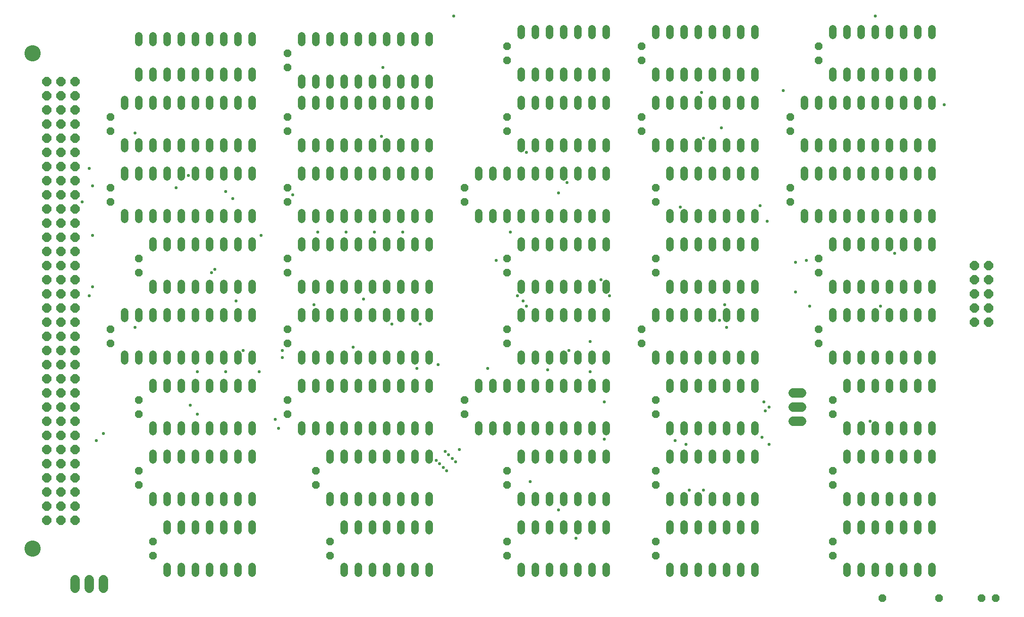
<source format=gbr>
G04 EAGLE Gerber RS-274X export*
G75*
%MOMM*%
%FSLAX34Y34*%
%LPD*%
%INSoldermask Bottom*%
%IPPOS*%
%AMOC8*
5,1,8,0,0,1.08239X$1,22.5*%
G01*
%ADD10C,1.346200*%
%ADD11P,1.457113X8X112.500000*%
%ADD12P,1.787026X8X292.500000*%
%ADD13P,1.787026X8X202.500000*%
%ADD14C,2.921000*%
%ADD15P,1.457113X8X202.500000*%
%ADD16P,1.457113X8X22.500000*%
%ADD17C,1.651000*%
%ADD18C,0.584200*%


D10*
X1168400Y717804D02*
X1168400Y729996D01*
X1193800Y729996D02*
X1193800Y717804D01*
X1320800Y717804D02*
X1320800Y729996D01*
X1320800Y794004D02*
X1320800Y806196D01*
X1219200Y729996D02*
X1219200Y717804D01*
X1244600Y717804D02*
X1244600Y729996D01*
X1295400Y729996D02*
X1295400Y717804D01*
X1270000Y717804D02*
X1270000Y729996D01*
X1295400Y794004D02*
X1295400Y806196D01*
X1270000Y806196D02*
X1270000Y794004D01*
X1244600Y794004D02*
X1244600Y806196D01*
X1219200Y806196D02*
X1219200Y794004D01*
X1193800Y794004D02*
X1193800Y806196D01*
X1168400Y806196D02*
X1168400Y794004D01*
X1168400Y602996D02*
X1168400Y590804D01*
X1193800Y590804D02*
X1193800Y602996D01*
X1320800Y602996D02*
X1320800Y590804D01*
X1320800Y667004D02*
X1320800Y679196D01*
X1219200Y602996D02*
X1219200Y590804D01*
X1244600Y590804D02*
X1244600Y602996D01*
X1295400Y602996D02*
X1295400Y590804D01*
X1270000Y590804D02*
X1270000Y602996D01*
X1295400Y667004D02*
X1295400Y679196D01*
X1270000Y679196D02*
X1270000Y667004D01*
X1244600Y667004D02*
X1244600Y679196D01*
X1219200Y679196D02*
X1219200Y667004D01*
X1193800Y667004D02*
X1193800Y679196D01*
X1168400Y679196D02*
X1168400Y667004D01*
X1409700Y717804D02*
X1409700Y729996D01*
X1435100Y729996D02*
X1435100Y717804D01*
X1562100Y717804D02*
X1562100Y729996D01*
X1587500Y729996D02*
X1587500Y717804D01*
X1460500Y717804D02*
X1460500Y729996D01*
X1485900Y729996D02*
X1485900Y717804D01*
X1536700Y717804D02*
X1536700Y729996D01*
X1511300Y729996D02*
X1511300Y717804D01*
X1612900Y717804D02*
X1612900Y729996D01*
X1638300Y729996D02*
X1638300Y717804D01*
X1638300Y794004D02*
X1638300Y806196D01*
X1612900Y806196D02*
X1612900Y794004D01*
X1587500Y794004D02*
X1587500Y806196D01*
X1562100Y806196D02*
X1562100Y794004D01*
X1536700Y794004D02*
X1536700Y806196D01*
X1511300Y806196D02*
X1511300Y794004D01*
X1485900Y794004D02*
X1485900Y806196D01*
X1460500Y806196D02*
X1460500Y794004D01*
X1435100Y794004D02*
X1435100Y806196D01*
X1409700Y806196D02*
X1409700Y794004D01*
X241300Y602996D02*
X241300Y590804D01*
X266700Y590804D02*
X266700Y602996D01*
X393700Y602996D02*
X393700Y590804D01*
X419100Y590804D02*
X419100Y602996D01*
X292100Y602996D02*
X292100Y590804D01*
X317500Y590804D02*
X317500Y602996D01*
X368300Y602996D02*
X368300Y590804D01*
X342900Y590804D02*
X342900Y602996D01*
X419100Y667004D02*
X419100Y679196D01*
X393700Y679196D02*
X393700Y667004D01*
X368300Y667004D02*
X368300Y679196D01*
X342900Y679196D02*
X342900Y667004D01*
X317500Y667004D02*
X317500Y679196D01*
X292100Y679196D02*
X292100Y667004D01*
X266700Y667004D02*
X266700Y679196D01*
X241300Y679196D02*
X241300Y667004D01*
X266700Y94996D02*
X266700Y82804D01*
X292100Y82804D02*
X292100Y94996D01*
X419100Y94996D02*
X419100Y82804D01*
X419100Y159004D02*
X419100Y171196D01*
X317500Y94996D02*
X317500Y82804D01*
X342900Y82804D02*
X342900Y94996D01*
X393700Y94996D02*
X393700Y82804D01*
X368300Y82804D02*
X368300Y94996D01*
X393700Y159004D02*
X393700Y171196D01*
X368300Y171196D02*
X368300Y159004D01*
X342900Y159004D02*
X342900Y171196D01*
X317500Y171196D02*
X317500Y159004D01*
X292100Y159004D02*
X292100Y171196D01*
X266700Y171196D02*
X266700Y159004D01*
X190500Y463804D02*
X190500Y475996D01*
X215900Y475996D02*
X215900Y463804D01*
X342900Y463804D02*
X342900Y475996D01*
X368300Y475996D02*
X368300Y463804D01*
X241300Y463804D02*
X241300Y475996D01*
X266700Y475996D02*
X266700Y463804D01*
X317500Y463804D02*
X317500Y475996D01*
X292100Y475996D02*
X292100Y463804D01*
X393700Y463804D02*
X393700Y475996D01*
X419100Y475996D02*
X419100Y463804D01*
X419100Y540004D02*
X419100Y552196D01*
X393700Y552196D02*
X393700Y540004D01*
X368300Y540004D02*
X368300Y552196D01*
X342900Y552196D02*
X342900Y540004D01*
X317500Y540004D02*
X317500Y552196D01*
X292100Y552196D02*
X292100Y540004D01*
X266700Y540004D02*
X266700Y552196D01*
X241300Y552196D02*
X241300Y540004D01*
X215900Y540004D02*
X215900Y552196D01*
X190500Y552196D02*
X190500Y540004D01*
X508000Y475996D02*
X508000Y463804D01*
X533400Y463804D02*
X533400Y475996D01*
X660400Y475996D02*
X660400Y463804D01*
X685800Y463804D02*
X685800Y475996D01*
X558800Y475996D02*
X558800Y463804D01*
X584200Y463804D02*
X584200Y475996D01*
X635000Y475996D02*
X635000Y463804D01*
X609600Y463804D02*
X609600Y475996D01*
X711200Y475996D02*
X711200Y463804D01*
X736600Y463804D02*
X736600Y475996D01*
X736600Y540004D02*
X736600Y552196D01*
X711200Y552196D02*
X711200Y540004D01*
X685800Y540004D02*
X685800Y552196D01*
X660400Y552196D02*
X660400Y540004D01*
X635000Y540004D02*
X635000Y552196D01*
X609600Y552196D02*
X609600Y540004D01*
X584200Y540004D02*
X584200Y552196D01*
X558800Y552196D02*
X558800Y540004D01*
X533400Y540004D02*
X533400Y552196D01*
X508000Y552196D02*
X508000Y540004D01*
X508000Y844804D02*
X508000Y856996D01*
X533400Y856996D02*
X533400Y844804D01*
X660400Y844804D02*
X660400Y856996D01*
X685800Y856996D02*
X685800Y844804D01*
X558800Y844804D02*
X558800Y856996D01*
X584200Y856996D02*
X584200Y844804D01*
X635000Y844804D02*
X635000Y856996D01*
X609600Y856996D02*
X609600Y844804D01*
X711200Y844804D02*
X711200Y856996D01*
X736600Y856996D02*
X736600Y844804D01*
X736600Y921004D02*
X736600Y933196D01*
X711200Y933196D02*
X711200Y921004D01*
X685800Y921004D02*
X685800Y933196D01*
X660400Y933196D02*
X660400Y921004D01*
X635000Y921004D02*
X635000Y933196D01*
X609600Y933196D02*
X609600Y921004D01*
X584200Y921004D02*
X584200Y933196D01*
X558800Y933196D02*
X558800Y921004D01*
X533400Y921004D02*
X533400Y933196D01*
X508000Y933196D02*
X508000Y921004D01*
X825500Y729996D02*
X825500Y717804D01*
X850900Y717804D02*
X850900Y729996D01*
X977900Y729996D02*
X977900Y717804D01*
X1003300Y717804D02*
X1003300Y729996D01*
X876300Y729996D02*
X876300Y717804D01*
X901700Y717804D02*
X901700Y729996D01*
X952500Y729996D02*
X952500Y717804D01*
X927100Y717804D02*
X927100Y729996D01*
X1028700Y729996D02*
X1028700Y717804D01*
X1054100Y717804D02*
X1054100Y729996D01*
X1054100Y794004D02*
X1054100Y806196D01*
X1028700Y806196D02*
X1028700Y794004D01*
X1003300Y794004D02*
X1003300Y806196D01*
X977900Y806196D02*
X977900Y794004D01*
X952500Y794004D02*
X952500Y806196D01*
X927100Y806196D02*
X927100Y794004D01*
X901700Y794004D02*
X901700Y806196D01*
X876300Y806196D02*
X876300Y794004D01*
X850900Y794004D02*
X850900Y806196D01*
X825500Y806196D02*
X825500Y794004D01*
X508000Y602996D02*
X508000Y590804D01*
X533400Y590804D02*
X533400Y602996D01*
X660400Y602996D02*
X660400Y590804D01*
X685800Y590804D02*
X685800Y602996D01*
X558800Y602996D02*
X558800Y590804D01*
X584200Y590804D02*
X584200Y602996D01*
X635000Y602996D02*
X635000Y590804D01*
X609600Y590804D02*
X609600Y602996D01*
X711200Y602996D02*
X711200Y590804D01*
X736600Y590804D02*
X736600Y602996D01*
X736600Y667004D02*
X736600Y679196D01*
X711200Y679196D02*
X711200Y667004D01*
X685800Y667004D02*
X685800Y679196D01*
X660400Y679196D02*
X660400Y667004D01*
X635000Y667004D02*
X635000Y679196D01*
X609600Y679196D02*
X609600Y667004D01*
X584200Y667004D02*
X584200Y679196D01*
X558800Y679196D02*
X558800Y667004D01*
X533400Y667004D02*
X533400Y679196D01*
X508000Y679196D02*
X508000Y667004D01*
X508000Y717804D02*
X508000Y729996D01*
X533400Y729996D02*
X533400Y717804D01*
X660400Y717804D02*
X660400Y729996D01*
X685800Y729996D02*
X685800Y717804D01*
X558800Y717804D02*
X558800Y729996D01*
X584200Y729996D02*
X584200Y717804D01*
X635000Y717804D02*
X635000Y729996D01*
X609600Y729996D02*
X609600Y717804D01*
X711200Y717804D02*
X711200Y729996D01*
X736600Y729996D02*
X736600Y717804D01*
X736600Y794004D02*
X736600Y806196D01*
X711200Y806196D02*
X711200Y794004D01*
X685800Y794004D02*
X685800Y806196D01*
X660400Y806196D02*
X660400Y794004D01*
X635000Y794004D02*
X635000Y806196D01*
X609600Y806196D02*
X609600Y794004D01*
X584200Y794004D02*
X584200Y806196D01*
X558800Y806196D02*
X558800Y794004D01*
X533400Y794004D02*
X533400Y806196D01*
X508000Y806196D02*
X508000Y794004D01*
X241300Y348996D02*
X241300Y336804D01*
X266700Y336804D02*
X266700Y348996D01*
X393700Y348996D02*
X393700Y336804D01*
X419100Y336804D02*
X419100Y348996D01*
X292100Y348996D02*
X292100Y336804D01*
X317500Y336804D02*
X317500Y348996D01*
X368300Y348996D02*
X368300Y336804D01*
X342900Y336804D02*
X342900Y348996D01*
X419100Y413004D02*
X419100Y425196D01*
X393700Y425196D02*
X393700Y413004D01*
X368300Y413004D02*
X368300Y425196D01*
X342900Y425196D02*
X342900Y413004D01*
X317500Y413004D02*
X317500Y425196D01*
X292100Y425196D02*
X292100Y413004D01*
X266700Y413004D02*
X266700Y425196D01*
X241300Y425196D02*
X241300Y413004D01*
X558800Y221996D02*
X558800Y209804D01*
X584200Y209804D02*
X584200Y221996D01*
X711200Y221996D02*
X711200Y209804D01*
X736600Y209804D02*
X736600Y221996D01*
X609600Y221996D02*
X609600Y209804D01*
X635000Y209804D02*
X635000Y221996D01*
X685800Y221996D02*
X685800Y209804D01*
X660400Y209804D02*
X660400Y221996D01*
X736600Y286004D02*
X736600Y298196D01*
X711200Y298196D02*
X711200Y286004D01*
X685800Y286004D02*
X685800Y298196D01*
X660400Y298196D02*
X660400Y286004D01*
X635000Y286004D02*
X635000Y298196D01*
X609600Y298196D02*
X609600Y286004D01*
X584200Y286004D02*
X584200Y298196D01*
X558800Y298196D02*
X558800Y286004D01*
X1168400Y221996D02*
X1168400Y209804D01*
X1193800Y209804D02*
X1193800Y221996D01*
X1320800Y221996D02*
X1320800Y209804D01*
X1320800Y286004D02*
X1320800Y298196D01*
X1219200Y221996D02*
X1219200Y209804D01*
X1244600Y209804D02*
X1244600Y221996D01*
X1295400Y221996D02*
X1295400Y209804D01*
X1270000Y209804D02*
X1270000Y221996D01*
X1295400Y286004D02*
X1295400Y298196D01*
X1270000Y298196D02*
X1270000Y286004D01*
X1244600Y286004D02*
X1244600Y298196D01*
X1219200Y298196D02*
X1219200Y286004D01*
X1193800Y286004D02*
X1193800Y298196D01*
X1168400Y298196D02*
X1168400Y286004D01*
X1485900Y94996D02*
X1485900Y82804D01*
X1511300Y82804D02*
X1511300Y94996D01*
X1638300Y94996D02*
X1638300Y82804D01*
X1638300Y159004D02*
X1638300Y171196D01*
X1536700Y94996D02*
X1536700Y82804D01*
X1562100Y82804D02*
X1562100Y94996D01*
X1612900Y94996D02*
X1612900Y82804D01*
X1587500Y82804D02*
X1587500Y94996D01*
X1612900Y159004D02*
X1612900Y171196D01*
X1587500Y171196D02*
X1587500Y159004D01*
X1562100Y159004D02*
X1562100Y171196D01*
X1536700Y171196D02*
X1536700Y159004D01*
X1511300Y159004D02*
X1511300Y171196D01*
X1485900Y171196D02*
X1485900Y159004D01*
X241300Y209804D02*
X241300Y221996D01*
X266700Y221996D02*
X266700Y209804D01*
X393700Y209804D02*
X393700Y221996D01*
X419100Y221996D02*
X419100Y209804D01*
X292100Y209804D02*
X292100Y221996D01*
X317500Y221996D02*
X317500Y209804D01*
X368300Y209804D02*
X368300Y221996D01*
X342900Y221996D02*
X342900Y209804D01*
X419100Y286004D02*
X419100Y298196D01*
X393700Y298196D02*
X393700Y286004D01*
X368300Y286004D02*
X368300Y298196D01*
X342900Y298196D02*
X342900Y286004D01*
X317500Y286004D02*
X317500Y298196D01*
X292100Y298196D02*
X292100Y286004D01*
X266700Y286004D02*
X266700Y298196D01*
X241300Y298196D02*
X241300Y286004D01*
X584200Y94996D02*
X584200Y82804D01*
X609600Y82804D02*
X609600Y94996D01*
X736600Y94996D02*
X736600Y82804D01*
X736600Y159004D02*
X736600Y171196D01*
X635000Y94996D02*
X635000Y82804D01*
X660400Y82804D02*
X660400Y94996D01*
X711200Y94996D02*
X711200Y82804D01*
X685800Y82804D02*
X685800Y94996D01*
X711200Y159004D02*
X711200Y171196D01*
X685800Y171196D02*
X685800Y159004D01*
X660400Y159004D02*
X660400Y171196D01*
X635000Y171196D02*
X635000Y159004D01*
X609600Y159004D02*
X609600Y171196D01*
X584200Y171196D02*
X584200Y159004D01*
X215900Y971804D02*
X215900Y983996D01*
X241300Y983996D02*
X241300Y971804D01*
X266700Y971804D02*
X266700Y983996D01*
X292100Y983996D02*
X292100Y971804D01*
X317500Y971804D02*
X317500Y983996D01*
X342900Y983996D02*
X342900Y971804D01*
X368300Y971804D02*
X368300Y983996D01*
X393700Y983996D02*
X393700Y971804D01*
X419100Y971804D02*
X419100Y983996D01*
X215900Y1035304D02*
X215900Y1047496D01*
X241300Y1047496D02*
X241300Y1035304D01*
X266700Y1035304D02*
X266700Y1047496D01*
X292100Y1047496D02*
X292100Y1035304D01*
X317500Y1035304D02*
X317500Y1047496D01*
X342900Y1047496D02*
X342900Y1035304D01*
X368300Y1035304D02*
X368300Y1047496D01*
X393700Y1047496D02*
X393700Y1035304D01*
X419100Y1035304D02*
X419100Y1047496D01*
X190500Y856996D02*
X190500Y844804D01*
X215900Y844804D02*
X215900Y856996D01*
X342900Y856996D02*
X342900Y844804D01*
X368300Y844804D02*
X368300Y856996D01*
X241300Y856996D02*
X241300Y844804D01*
X266700Y844804D02*
X266700Y856996D01*
X317500Y856996D02*
X317500Y844804D01*
X292100Y844804D02*
X292100Y856996D01*
X393700Y856996D02*
X393700Y844804D01*
X419100Y844804D02*
X419100Y856996D01*
X419100Y921004D02*
X419100Y933196D01*
X393700Y933196D02*
X393700Y921004D01*
X368300Y921004D02*
X368300Y933196D01*
X342900Y933196D02*
X342900Y921004D01*
X317500Y921004D02*
X317500Y933196D01*
X292100Y933196D02*
X292100Y921004D01*
X266700Y921004D02*
X266700Y933196D01*
X241300Y933196D02*
X241300Y921004D01*
X215900Y921004D02*
X215900Y933196D01*
X190500Y933196D02*
X190500Y921004D01*
X190500Y729996D02*
X190500Y717804D01*
X215900Y717804D02*
X215900Y729996D01*
X342900Y729996D02*
X342900Y717804D01*
X368300Y717804D02*
X368300Y729996D01*
X241300Y729996D02*
X241300Y717804D01*
X266700Y717804D02*
X266700Y729996D01*
X317500Y729996D02*
X317500Y717804D01*
X292100Y717804D02*
X292100Y729996D01*
X393700Y729996D02*
X393700Y717804D01*
X419100Y717804D02*
X419100Y729996D01*
X419100Y794004D02*
X419100Y806196D01*
X393700Y806196D02*
X393700Y794004D01*
X368300Y794004D02*
X368300Y806196D01*
X342900Y806196D02*
X342900Y794004D01*
X317500Y794004D02*
X317500Y806196D01*
X292100Y806196D02*
X292100Y794004D01*
X266700Y794004D02*
X266700Y806196D01*
X241300Y806196D02*
X241300Y794004D01*
X215900Y794004D02*
X215900Y806196D01*
X190500Y806196D02*
X190500Y794004D01*
X1143000Y844804D02*
X1143000Y856996D01*
X1168400Y856996D02*
X1168400Y844804D01*
X1295400Y844804D02*
X1295400Y856996D01*
X1320800Y856996D02*
X1320800Y844804D01*
X1193800Y844804D02*
X1193800Y856996D01*
X1219200Y856996D02*
X1219200Y844804D01*
X1270000Y844804D02*
X1270000Y856996D01*
X1244600Y856996D02*
X1244600Y844804D01*
X1320800Y921004D02*
X1320800Y933196D01*
X1295400Y933196D02*
X1295400Y921004D01*
X1270000Y921004D02*
X1270000Y933196D01*
X1244600Y933196D02*
X1244600Y921004D01*
X1219200Y921004D02*
X1219200Y933196D01*
X1193800Y933196D02*
X1193800Y921004D01*
X1168400Y921004D02*
X1168400Y933196D01*
X1143000Y933196D02*
X1143000Y921004D01*
X1143000Y475996D02*
X1143000Y463804D01*
X1168400Y463804D02*
X1168400Y475996D01*
X1295400Y475996D02*
X1295400Y463804D01*
X1320800Y463804D02*
X1320800Y475996D01*
X1193800Y475996D02*
X1193800Y463804D01*
X1219200Y463804D02*
X1219200Y475996D01*
X1270000Y475996D02*
X1270000Y463804D01*
X1244600Y463804D02*
X1244600Y475996D01*
X1320800Y540004D02*
X1320800Y552196D01*
X1295400Y552196D02*
X1295400Y540004D01*
X1270000Y540004D02*
X1270000Y552196D01*
X1244600Y552196D02*
X1244600Y540004D01*
X1219200Y540004D02*
X1219200Y552196D01*
X1193800Y552196D02*
X1193800Y540004D01*
X1168400Y540004D02*
X1168400Y552196D01*
X1143000Y552196D02*
X1143000Y540004D01*
X1143000Y971804D02*
X1143000Y983996D01*
X1168400Y983996D02*
X1168400Y971804D01*
X1295400Y971804D02*
X1295400Y983996D01*
X1320800Y983996D02*
X1320800Y971804D01*
X1193800Y971804D02*
X1193800Y983996D01*
X1219200Y983996D02*
X1219200Y971804D01*
X1270000Y971804D02*
X1270000Y983996D01*
X1244600Y983996D02*
X1244600Y971804D01*
X1320800Y1048004D02*
X1320800Y1060196D01*
X1295400Y1060196D02*
X1295400Y1048004D01*
X1270000Y1048004D02*
X1270000Y1060196D01*
X1244600Y1060196D02*
X1244600Y1048004D01*
X1219200Y1048004D02*
X1219200Y1060196D01*
X1193800Y1060196D02*
X1193800Y1048004D01*
X1168400Y1048004D02*
X1168400Y1060196D01*
X1143000Y1060196D02*
X1143000Y1048004D01*
X1460500Y602996D02*
X1460500Y590804D01*
X1485900Y590804D02*
X1485900Y602996D01*
X1612900Y602996D02*
X1612900Y590804D01*
X1638300Y590804D02*
X1638300Y602996D01*
X1511300Y602996D02*
X1511300Y590804D01*
X1536700Y590804D02*
X1536700Y602996D01*
X1587500Y602996D02*
X1587500Y590804D01*
X1562100Y590804D02*
X1562100Y602996D01*
X1638300Y667004D02*
X1638300Y679196D01*
X1612900Y679196D02*
X1612900Y667004D01*
X1587500Y667004D02*
X1587500Y679196D01*
X1562100Y679196D02*
X1562100Y667004D01*
X1536700Y667004D02*
X1536700Y679196D01*
X1511300Y679196D02*
X1511300Y667004D01*
X1485900Y667004D02*
X1485900Y679196D01*
X1460500Y679196D02*
X1460500Y667004D01*
X1409700Y844804D02*
X1409700Y856996D01*
X1435100Y856996D02*
X1435100Y844804D01*
X1562100Y844804D02*
X1562100Y856996D01*
X1587500Y856996D02*
X1587500Y844804D01*
X1460500Y844804D02*
X1460500Y856996D01*
X1485900Y856996D02*
X1485900Y844804D01*
X1536700Y844804D02*
X1536700Y856996D01*
X1511300Y856996D02*
X1511300Y844804D01*
X1612900Y844804D02*
X1612900Y856996D01*
X1638300Y856996D02*
X1638300Y844804D01*
X1638300Y921004D02*
X1638300Y933196D01*
X1612900Y933196D02*
X1612900Y921004D01*
X1587500Y921004D02*
X1587500Y933196D01*
X1562100Y933196D02*
X1562100Y921004D01*
X1536700Y921004D02*
X1536700Y933196D01*
X1511300Y933196D02*
X1511300Y921004D01*
X1485900Y921004D02*
X1485900Y933196D01*
X1460500Y933196D02*
X1460500Y921004D01*
X1435100Y921004D02*
X1435100Y933196D01*
X1409700Y933196D02*
X1409700Y921004D01*
X1460500Y971804D02*
X1460500Y983996D01*
X1485900Y983996D02*
X1485900Y971804D01*
X1612900Y971804D02*
X1612900Y983996D01*
X1638300Y983996D02*
X1638300Y971804D01*
X1511300Y971804D02*
X1511300Y983996D01*
X1536700Y983996D02*
X1536700Y971804D01*
X1587500Y971804D02*
X1587500Y983996D01*
X1562100Y983996D02*
X1562100Y971804D01*
X1638300Y1048004D02*
X1638300Y1060196D01*
X1612900Y1060196D02*
X1612900Y1048004D01*
X1587500Y1048004D02*
X1587500Y1060196D01*
X1562100Y1060196D02*
X1562100Y1048004D01*
X1536700Y1048004D02*
X1536700Y1060196D01*
X1511300Y1060196D02*
X1511300Y1048004D01*
X1485900Y1048004D02*
X1485900Y1060196D01*
X1460500Y1060196D02*
X1460500Y1048004D01*
D11*
X876300Y495300D03*
X876300Y520700D03*
X1143000Y114300D03*
X1143000Y139700D03*
X215900Y622300D03*
X215900Y647700D03*
X1384300Y876300D03*
X1384300Y901700D03*
X1117600Y495300D03*
X1117600Y520700D03*
X1143000Y368300D03*
X1143000Y393700D03*
X241300Y114300D03*
X241300Y139700D03*
X482600Y495300D03*
X482600Y520700D03*
X215900Y241300D03*
X215900Y266700D03*
X1117600Y876300D03*
X1117600Y901700D03*
X800100Y749300D03*
X800100Y774700D03*
X1460500Y368300D03*
X1460500Y393700D03*
X1435100Y1003300D03*
X1435100Y1028700D03*
X1117600Y1003300D03*
X1117600Y1028700D03*
X1460500Y241300D03*
X1460500Y266700D03*
X482600Y368300D03*
X482600Y393700D03*
X215900Y368300D03*
X215900Y393700D03*
X482600Y876300D03*
X482600Y901700D03*
X876300Y1003300D03*
X876300Y1028700D03*
X1143000Y241300D03*
X1143000Y266700D03*
X876300Y876300D03*
X876300Y901700D03*
X1460500Y114300D03*
X1460500Y139700D03*
X533400Y241300D03*
X533400Y266700D03*
X165100Y749300D03*
X165100Y774700D03*
X165100Y876300D03*
X165100Y901700D03*
X1384300Y749300D03*
X1384300Y774700D03*
X1435100Y622300D03*
X1435100Y647700D03*
X1143000Y749300D03*
X1143000Y774700D03*
X1143000Y622300D03*
X1143000Y647700D03*
X1435100Y495300D03*
X1435100Y520700D03*
X876300Y241300D03*
X876300Y266700D03*
X876300Y114300D03*
X876300Y139700D03*
X558800Y114300D03*
X558800Y139700D03*
X482600Y990600D03*
X482600Y1016000D03*
X876300Y622300D03*
X876300Y647700D03*
X165100Y495300D03*
X165100Y520700D03*
X800100Y368300D03*
X800100Y393700D03*
D10*
X901700Y221996D02*
X901700Y209804D01*
X927100Y209804D02*
X927100Y221996D01*
X1054100Y221996D02*
X1054100Y209804D01*
X1054100Y286004D02*
X1054100Y298196D01*
X952500Y221996D02*
X952500Y209804D01*
X977900Y209804D02*
X977900Y221996D01*
X1028700Y221996D02*
X1028700Y209804D01*
X1003300Y209804D02*
X1003300Y221996D01*
X1028700Y286004D02*
X1028700Y298196D01*
X1003300Y298196D02*
X1003300Y286004D01*
X977900Y286004D02*
X977900Y298196D01*
X952500Y298196D02*
X952500Y286004D01*
X927100Y286004D02*
X927100Y298196D01*
X901700Y298196D02*
X901700Y286004D01*
X901700Y94996D02*
X901700Y82804D01*
X927100Y82804D02*
X927100Y94996D01*
X1054100Y94996D02*
X1054100Y82804D01*
X1054100Y159004D02*
X1054100Y171196D01*
X952500Y94996D02*
X952500Y82804D01*
X977900Y82804D02*
X977900Y94996D01*
X1028700Y94996D02*
X1028700Y82804D01*
X1003300Y82804D02*
X1003300Y94996D01*
X1028700Y159004D02*
X1028700Y171196D01*
X1003300Y171196D02*
X1003300Y159004D01*
X977900Y159004D02*
X977900Y171196D01*
X952500Y171196D02*
X952500Y159004D01*
X927100Y159004D02*
X927100Y171196D01*
X901700Y171196D02*
X901700Y159004D01*
X901700Y844804D02*
X901700Y856996D01*
X927100Y856996D02*
X927100Y844804D01*
X1054100Y844804D02*
X1054100Y856996D01*
X1054100Y921004D02*
X1054100Y933196D01*
X952500Y856996D02*
X952500Y844804D01*
X977900Y844804D02*
X977900Y856996D01*
X1028700Y856996D02*
X1028700Y844804D01*
X1003300Y844804D02*
X1003300Y856996D01*
X1028700Y921004D02*
X1028700Y933196D01*
X1003300Y933196D02*
X1003300Y921004D01*
X977900Y921004D02*
X977900Y933196D01*
X952500Y933196D02*
X952500Y921004D01*
X927100Y921004D02*
X927100Y933196D01*
X901700Y933196D02*
X901700Y921004D01*
X508000Y348996D02*
X508000Y336804D01*
X533400Y336804D02*
X533400Y348996D01*
X660400Y348996D02*
X660400Y336804D01*
X685800Y336804D02*
X685800Y348996D01*
X558800Y348996D02*
X558800Y336804D01*
X584200Y336804D02*
X584200Y348996D01*
X635000Y348996D02*
X635000Y336804D01*
X609600Y336804D02*
X609600Y348996D01*
X711200Y348996D02*
X711200Y336804D01*
X736600Y336804D02*
X736600Y348996D01*
X736600Y413004D02*
X736600Y425196D01*
X711200Y425196D02*
X711200Y413004D01*
X685800Y413004D02*
X685800Y425196D01*
X660400Y425196D02*
X660400Y413004D01*
X635000Y413004D02*
X635000Y425196D01*
X609600Y425196D02*
X609600Y413004D01*
X584200Y413004D02*
X584200Y425196D01*
X558800Y425196D02*
X558800Y413004D01*
X533400Y413004D02*
X533400Y425196D01*
X508000Y425196D02*
X508000Y413004D01*
X825500Y348996D02*
X825500Y336804D01*
X850900Y336804D02*
X850900Y348996D01*
X977900Y348996D02*
X977900Y336804D01*
X1003300Y336804D02*
X1003300Y348996D01*
X876300Y348996D02*
X876300Y336804D01*
X901700Y336804D02*
X901700Y348996D01*
X952500Y348996D02*
X952500Y336804D01*
X927100Y336804D02*
X927100Y348996D01*
X1028700Y348996D02*
X1028700Y336804D01*
X1054100Y336804D02*
X1054100Y348996D01*
X1054100Y413004D02*
X1054100Y425196D01*
X1028700Y425196D02*
X1028700Y413004D01*
X1003300Y413004D02*
X1003300Y425196D01*
X977900Y425196D02*
X977900Y413004D01*
X952500Y413004D02*
X952500Y425196D01*
X927100Y425196D02*
X927100Y413004D01*
X901700Y413004D02*
X901700Y425196D01*
X876300Y425196D02*
X876300Y413004D01*
X850900Y413004D02*
X850900Y425196D01*
X825500Y425196D02*
X825500Y413004D01*
X508000Y959104D02*
X508000Y971296D01*
X533400Y971296D02*
X533400Y959104D01*
X660400Y959104D02*
X660400Y971296D01*
X685800Y971296D02*
X685800Y959104D01*
X558800Y959104D02*
X558800Y971296D01*
X584200Y971296D02*
X584200Y959104D01*
X635000Y959104D02*
X635000Y971296D01*
X609600Y971296D02*
X609600Y959104D01*
X711200Y959104D02*
X711200Y971296D01*
X736600Y971296D02*
X736600Y959104D01*
X736600Y1035304D02*
X736600Y1047496D01*
X711200Y1047496D02*
X711200Y1035304D01*
X685800Y1035304D02*
X685800Y1047496D01*
X660400Y1047496D02*
X660400Y1035304D01*
X635000Y1035304D02*
X635000Y1047496D01*
X609600Y1047496D02*
X609600Y1035304D01*
X584200Y1035304D02*
X584200Y1047496D01*
X558800Y1047496D02*
X558800Y1035304D01*
X533400Y1035304D02*
X533400Y1047496D01*
X508000Y1047496D02*
X508000Y1035304D01*
X901700Y602996D02*
X901700Y590804D01*
X927100Y590804D02*
X927100Y602996D01*
X1054100Y602996D02*
X1054100Y590804D01*
X1054100Y667004D02*
X1054100Y679196D01*
X952500Y602996D02*
X952500Y590804D01*
X977900Y590804D02*
X977900Y602996D01*
X1028700Y602996D02*
X1028700Y590804D01*
X1003300Y590804D02*
X1003300Y602996D01*
X1028700Y667004D02*
X1028700Y679196D01*
X1003300Y679196D02*
X1003300Y667004D01*
X977900Y667004D02*
X977900Y679196D01*
X952500Y679196D02*
X952500Y667004D01*
X927100Y667004D02*
X927100Y679196D01*
X901700Y679196D02*
X901700Y667004D01*
X901700Y475996D02*
X901700Y463804D01*
X927100Y463804D02*
X927100Y475996D01*
X1054100Y475996D02*
X1054100Y463804D01*
X1054100Y540004D02*
X1054100Y552196D01*
X952500Y475996D02*
X952500Y463804D01*
X977900Y463804D02*
X977900Y475996D01*
X1028700Y475996D02*
X1028700Y463804D01*
X1003300Y463804D02*
X1003300Y475996D01*
X1028700Y540004D02*
X1028700Y552196D01*
X1003300Y552196D02*
X1003300Y540004D01*
X977900Y540004D02*
X977900Y552196D01*
X952500Y552196D02*
X952500Y540004D01*
X927100Y540004D02*
X927100Y552196D01*
X901700Y552196D02*
X901700Y540004D01*
X901700Y971804D02*
X901700Y983996D01*
X927100Y983996D02*
X927100Y971804D01*
X1054100Y971804D02*
X1054100Y983996D01*
X1054100Y1048004D02*
X1054100Y1060196D01*
X952500Y983996D02*
X952500Y971804D01*
X977900Y971804D02*
X977900Y983996D01*
X1028700Y983996D02*
X1028700Y971804D01*
X1003300Y971804D02*
X1003300Y983996D01*
X1028700Y1048004D02*
X1028700Y1060196D01*
X1003300Y1060196D02*
X1003300Y1048004D01*
X977900Y1048004D02*
X977900Y1060196D01*
X952500Y1060196D02*
X952500Y1048004D01*
X927100Y1048004D02*
X927100Y1060196D01*
X901700Y1060196D02*
X901700Y1048004D01*
X1485900Y221996D02*
X1485900Y209804D01*
X1511300Y209804D02*
X1511300Y221996D01*
X1638300Y221996D02*
X1638300Y209804D01*
X1638300Y286004D02*
X1638300Y298196D01*
X1536700Y221996D02*
X1536700Y209804D01*
X1562100Y209804D02*
X1562100Y221996D01*
X1612900Y221996D02*
X1612900Y209804D01*
X1587500Y209804D02*
X1587500Y221996D01*
X1612900Y286004D02*
X1612900Y298196D01*
X1587500Y298196D02*
X1587500Y286004D01*
X1562100Y286004D02*
X1562100Y298196D01*
X1536700Y298196D02*
X1536700Y286004D01*
X1511300Y286004D02*
X1511300Y298196D01*
X1485900Y298196D02*
X1485900Y286004D01*
X1485900Y336804D02*
X1485900Y348996D01*
X1511300Y348996D02*
X1511300Y336804D01*
X1638300Y336804D02*
X1638300Y348996D01*
X1638300Y413004D02*
X1638300Y425196D01*
X1536700Y348996D02*
X1536700Y336804D01*
X1562100Y336804D02*
X1562100Y348996D01*
X1612900Y348996D02*
X1612900Y336804D01*
X1587500Y336804D02*
X1587500Y348996D01*
X1612900Y413004D02*
X1612900Y425196D01*
X1587500Y425196D02*
X1587500Y413004D01*
X1562100Y413004D02*
X1562100Y425196D01*
X1536700Y425196D02*
X1536700Y413004D01*
X1511300Y413004D02*
X1511300Y425196D01*
X1485900Y425196D02*
X1485900Y413004D01*
X1168400Y348996D02*
X1168400Y336804D01*
X1193800Y336804D02*
X1193800Y348996D01*
X1320800Y348996D02*
X1320800Y336804D01*
X1320800Y413004D02*
X1320800Y425196D01*
X1219200Y348996D02*
X1219200Y336804D01*
X1244600Y336804D02*
X1244600Y348996D01*
X1295400Y348996D02*
X1295400Y336804D01*
X1270000Y336804D02*
X1270000Y348996D01*
X1295400Y413004D02*
X1295400Y425196D01*
X1270000Y425196D02*
X1270000Y413004D01*
X1244600Y413004D02*
X1244600Y425196D01*
X1219200Y425196D02*
X1219200Y413004D01*
X1193800Y413004D02*
X1193800Y425196D01*
X1168400Y425196D02*
X1168400Y413004D01*
X1168400Y94996D02*
X1168400Y82804D01*
X1193800Y82804D02*
X1193800Y94996D01*
X1320800Y94996D02*
X1320800Y82804D01*
X1320800Y159004D02*
X1320800Y171196D01*
X1219200Y94996D02*
X1219200Y82804D01*
X1244600Y82804D02*
X1244600Y94996D01*
X1295400Y94996D02*
X1295400Y82804D01*
X1270000Y82804D02*
X1270000Y94996D01*
X1295400Y159004D02*
X1295400Y171196D01*
X1270000Y171196D02*
X1270000Y159004D01*
X1244600Y159004D02*
X1244600Y171196D01*
X1219200Y171196D02*
X1219200Y159004D01*
X1193800Y159004D02*
X1193800Y171196D01*
X1168400Y171196D02*
X1168400Y159004D01*
X1460500Y463804D02*
X1460500Y475996D01*
X1485900Y475996D02*
X1485900Y463804D01*
X1612900Y463804D02*
X1612900Y475996D01*
X1638300Y475996D02*
X1638300Y463804D01*
X1511300Y463804D02*
X1511300Y475996D01*
X1536700Y475996D02*
X1536700Y463804D01*
X1587500Y463804D02*
X1587500Y475996D01*
X1562100Y475996D02*
X1562100Y463804D01*
X1638300Y540004D02*
X1638300Y552196D01*
X1612900Y552196D02*
X1612900Y540004D01*
X1587500Y540004D02*
X1587500Y552196D01*
X1562100Y552196D02*
X1562100Y540004D01*
X1536700Y540004D02*
X1536700Y552196D01*
X1511300Y552196D02*
X1511300Y540004D01*
X1485900Y540004D02*
X1485900Y552196D01*
X1460500Y552196D02*
X1460500Y540004D01*
D11*
X482600Y749300D03*
X482600Y774700D03*
X482600Y622300D03*
X482600Y647700D03*
D12*
X1714500Y635000D03*
X1714500Y609600D03*
X1714500Y584200D03*
X1714500Y558800D03*
X1714500Y533400D03*
X1739900Y635000D03*
X1739900Y609600D03*
X1739900Y584200D03*
X1739900Y558800D03*
X1739900Y533400D03*
D13*
X50800Y177800D03*
X50800Y203200D03*
X50800Y228600D03*
X50800Y254000D03*
X50800Y279400D03*
X50800Y304800D03*
X50800Y330200D03*
X50800Y355600D03*
X50800Y381000D03*
X50800Y406400D03*
X50800Y431800D03*
X50800Y457200D03*
X50800Y482600D03*
X50800Y508000D03*
X50800Y533400D03*
X50800Y558800D03*
X76200Y177800D03*
X76200Y203200D03*
X76200Y228600D03*
X76200Y254000D03*
X76200Y279400D03*
X76200Y304800D03*
X76200Y330200D03*
X76200Y355600D03*
X76200Y381000D03*
X76200Y406400D03*
X76200Y431800D03*
X76200Y457200D03*
X76200Y482600D03*
X76200Y508000D03*
X76200Y533400D03*
X76200Y558800D03*
X101600Y177800D03*
X101600Y203200D03*
X101600Y228600D03*
X101600Y254000D03*
X101600Y279400D03*
X101600Y304800D03*
X101600Y330200D03*
X101600Y355600D03*
X101600Y381000D03*
X101600Y406400D03*
X101600Y431800D03*
X101600Y457200D03*
X101600Y482600D03*
X101600Y508000D03*
X101600Y533400D03*
X101600Y558800D03*
X50800Y584200D03*
X50800Y609600D03*
X50800Y635000D03*
X50800Y660400D03*
X50800Y685800D03*
X50800Y711200D03*
X50800Y736600D03*
X50800Y762000D03*
X50800Y787400D03*
X50800Y812800D03*
X50800Y838200D03*
X50800Y863600D03*
X50800Y889000D03*
X50800Y914400D03*
X50800Y939800D03*
X50800Y965200D03*
X76200Y584200D03*
X76200Y609600D03*
X76200Y635000D03*
X76200Y660400D03*
X76200Y685800D03*
X76200Y711200D03*
X76200Y736600D03*
X76200Y762000D03*
X76200Y787400D03*
X76200Y812800D03*
X76200Y838200D03*
X76200Y863600D03*
X76200Y889000D03*
X76200Y914400D03*
X76200Y939800D03*
X76200Y965200D03*
X101600Y584200D03*
X101600Y609600D03*
X101600Y635000D03*
X101600Y660400D03*
X101600Y685800D03*
X101600Y711200D03*
X101600Y736600D03*
X101600Y762000D03*
X101600Y787400D03*
X101600Y812800D03*
X101600Y838200D03*
X101600Y863600D03*
X101600Y889000D03*
X101600Y914400D03*
X101600Y939800D03*
X101600Y965200D03*
D14*
X25400Y1016064D03*
X25400Y126936D03*
D15*
X1752600Y38100D03*
X1727200Y38100D03*
D16*
X1549400Y38100D03*
X1651000Y38100D03*
D17*
X101600Y55880D02*
X101600Y71120D01*
X127000Y71120D02*
X127000Y55880D01*
X152400Y55880D02*
X152400Y71120D01*
X1389380Y355600D02*
X1404620Y355600D01*
X1404620Y381000D02*
X1389380Y381000D01*
X1389380Y406400D02*
X1404620Y406400D01*
D18*
X536575Y695325D03*
X587375Y695325D03*
X638175Y695325D03*
X650875Y866775D03*
X688975Y695325D03*
X720725Y530225D03*
X669925Y530225D03*
X1225550Y946150D03*
X352425Y628650D03*
X968375Y765175D03*
X1546225Y561975D03*
X752475Y457200D03*
X911225Y838200D03*
X714375Y450850D03*
X841375Y450850D03*
X1000125Y146050D03*
X320675Y368300D03*
X403225Y482600D03*
X530225Y565150D03*
X307975Y384175D03*
X282575Y774700D03*
X304800Y796925D03*
X384175Y755650D03*
X371475Y768350D03*
X882650Y695325D03*
X911225Y561975D03*
X790575Y304800D03*
X949325Y447675D03*
X987425Y482600D03*
X1260475Y882650D03*
X492125Y762000D03*
X1060450Y581025D03*
X619125Y574675D03*
X1270000Y523875D03*
X1257300Y536575D03*
X1266825Y565150D03*
X1187450Y739775D03*
X1330325Y742950D03*
X320675Y444500D03*
X466725Y342900D03*
X1203325Y231775D03*
X984250Y784225D03*
X1025525Y444500D03*
X857250Y644525D03*
X460375Y358775D03*
X1393825Y641350D03*
X1393825Y587375D03*
X1419225Y561975D03*
X390525Y571500D03*
X371475Y444500D03*
X434975Y688975D03*
X139700Y320675D03*
X152400Y333375D03*
X431800Y444500D03*
X209550Y523875D03*
X600075Y488950D03*
X346075Y622300D03*
X768350Y266700D03*
X784225Y282575D03*
X762000Y273050D03*
X777875Y288925D03*
X755650Y279400D03*
X771525Y295275D03*
X749300Y285750D03*
X765175Y301625D03*
X473075Y469900D03*
X473075Y482600D03*
X1228725Y231775D03*
X133350Y777875D03*
X114300Y749300D03*
X127000Y809625D03*
X209550Y873125D03*
X133350Y596900D03*
X127000Y581025D03*
X133350Y688975D03*
X1660525Y923925D03*
X1228725Y863600D03*
X1371600Y949325D03*
X917575Y247650D03*
X968375Y196850D03*
X895350Y581025D03*
X904875Y571500D03*
X1050925Y323850D03*
X1050925Y390525D03*
X1044575Y609600D03*
X1025525Y498475D03*
X654050Y990600D03*
X781050Y1082675D03*
X1412875Y644525D03*
X1343025Y714375D03*
X1527175Y355600D03*
X1333500Y327025D03*
X1346200Y314325D03*
X1536700Y1082675D03*
X1336675Y390525D03*
X1346200Y381000D03*
X1339850Y374650D03*
X1571625Y657225D03*
X1177925Y320675D03*
X1196975Y314325D03*
M02*

</source>
